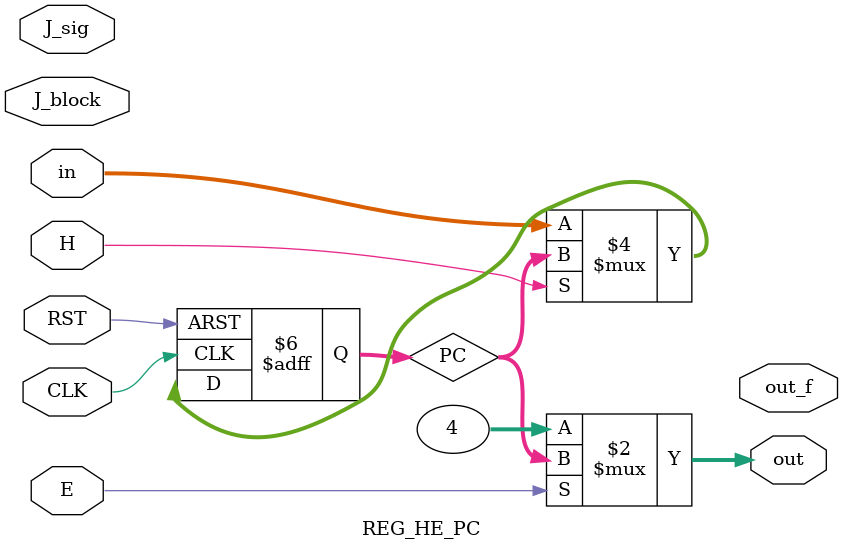
<source format=v>
`timescale 1ns / 1ps


module REG_HE_PC
#(
parameter WIDTH=32
)
(
input                             CLK,
input                             RST,
input                             E,//Í¬²½Ê¹ÄÜ
input                             H,//hold
input                             J_block,
input                             J_sig,
input[WIDTH-1:0]                  in,
output [WIDTH-1:0]                out,
output [WIDTH-1:0]                out_f
);
reg[31:0] PC;
always@(posedge CLK or posedge RST) begin
    if(RST) begin
        PC<=32'd0;
    end
    else if(H) begin
        PC<=PC;
    end
    else begin
        PC<=in;
    end
end
assign out=(E)? PC:'d4;
endmodule

</source>
